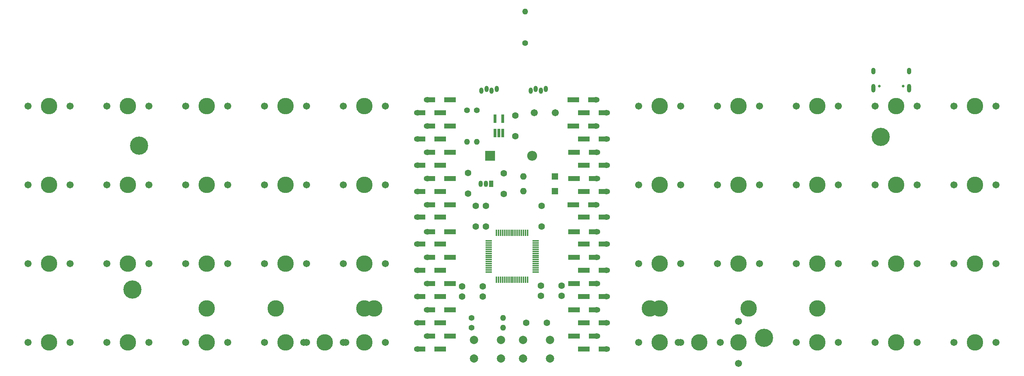
<source format=gbr>
%TF.GenerationSoftware,KiCad,Pcbnew,8.0.8*%
%TF.CreationDate,2025-03-13T22:48:23+01:00*%
%TF.ProjectId,LeSTMovoz revision 2,4c655354-4d6f-4766-9f7a-207265766973,rev?*%
%TF.SameCoordinates,Original*%
%TF.FileFunction,Soldermask,Top*%
%TF.FilePolarity,Negative*%
%FSLAX46Y46*%
G04 Gerber Fmt 4.6, Leading zero omitted, Abs format (unit mm)*
G04 Created by KiCad (PCBNEW 8.0.8) date 2025-03-13 22:48:23*
%MOMM*%
%LPD*%
G01*
G04 APERTURE LIST*
G04 Aperture macros list*
%AMRoundRect*
0 Rectangle with rounded corners*
0 $1 Rounding radius*
0 $2 $3 $4 $5 $6 $7 $8 $9 X,Y pos of 4 corners*
0 Add a 4 corners polygon primitive as box body*
4,1,4,$2,$3,$4,$5,$6,$7,$8,$9,$2,$3,0*
0 Add four circle primitives for the rounded corners*
1,1,$1+$1,$2,$3*
1,1,$1+$1,$4,$5*
1,1,$1+$1,$6,$7*
1,1,$1+$1,$8,$9*
0 Add four rect primitives between the rounded corners*
20,1,$1+$1,$2,$3,$4,$5,0*
20,1,$1+$1,$4,$5,$6,$7,0*
20,1,$1+$1,$6,$7,$8,$9,0*
20,1,$1+$1,$8,$9,$2,$3,0*%
G04 Aperture macros list end*
%ADD10C,4.400000*%
%ADD11R,1.778000X1.300000*%
%ADD12R,1.400000X1.300000*%
%ADD13O,1.778000X1.300000*%
%ADD14C,2.000000*%
%ADD15C,1.400000*%
%ADD16O,1.400000X1.400000*%
%ADD17C,1.710000*%
%ADD18C,1.600000*%
%ADD19C,1.701800*%
%ADD20C,3.987800*%
%ADD21R,1.600000X1.600000*%
%ADD22O,1.600000X1.600000*%
%ADD23R,2.400000X2.400000*%
%ADD24O,2.400000X2.400000*%
%ADD25R,1.050000X1.500000*%
%ADD26O,1.050000X1.500000*%
%ADD27R,0.650000X2.000000*%
%ADD28RoundRect,0.075000X0.075000X-0.700000X0.075000X0.700000X-0.075000X0.700000X-0.075000X-0.700000X0*%
%ADD29RoundRect,0.075000X0.700000X-0.075000X0.700000X0.075000X-0.700000X0.075000X-0.700000X-0.075000X0*%
%ADD30O,1.000000X1.500000*%
%ADD31C,0.650000*%
%ADD32O,1.000000X1.600000*%
%ADD33O,1.000000X2.100000*%
G04 APERTURE END LIST*
D10*
%TO.C,*%
X55137500Y-42862500D03*
%TD*%
D11*
%TO.C,D6*%
X159543750Y-31750000D03*
D12*
X160768750Y-31750000D03*
X164318750Y-31750000D03*
D13*
X165543750Y-31750000D03*
%TD*%
D14*
%TO.C,SW2*%
X147962500Y-89825000D03*
X154462500Y-89825000D03*
X147962500Y-94325000D03*
X154462500Y-94325000D03*
%TD*%
D15*
%TO.C,R4*%
X135478264Y-84517916D03*
D16*
X143098264Y-84517916D03*
%TD*%
D17*
%TO.C,F1*%
X155743750Y-34934000D03*
X150643750Y-34934000D03*
%TD*%
D18*
%TO.C,C9*%
X152400000Y-62396757D03*
X152400000Y-57396757D03*
%TD*%
D19*
%TO.C,MX24*%
X85407500Y-71437500D03*
D20*
X90487500Y-71437500D03*
D19*
X95567500Y-71437500D03*
%TD*%
%TO.C,MX10*%
X252095000Y-33337500D03*
D20*
X257175000Y-33337500D03*
D19*
X262255000Y-33337500D03*
%TD*%
D15*
%TO.C,R1*%
X136725000Y-34290000D03*
D16*
X136725000Y-41910000D03*
%TD*%
D19*
%TO.C,MX19*%
X233045000Y-52387500D03*
D20*
X238125000Y-52387500D03*
D19*
X243205000Y-52387500D03*
%TD*%
%TO.C,MX5*%
X104457500Y-33337500D03*
D20*
X109537500Y-33337500D03*
D19*
X114617500Y-33337500D03*
%TD*%
%TO.C,MX6*%
X175895000Y-33337500D03*
D20*
X180975000Y-33337500D03*
D19*
X186055000Y-33337500D03*
%TD*%
D11*
%TO.C,D4*%
X128412500Y-34925000D03*
D12*
X127187500Y-34925000D03*
X123637500Y-34925000D03*
D13*
X122412500Y-34925000D03*
%TD*%
D19*
%TO.C,MX21*%
X28257500Y-71437500D03*
D20*
X33337500Y-71437500D03*
D19*
X38417500Y-71437500D03*
%TD*%
D10*
%TO.C,H6*%
X234387500Y-40736500D03*
%TD*%
D20*
%TO.C,S1*%
X202406250Y-82232500D03*
X178593750Y-82232500D03*
%TD*%
D18*
%TO.C,C6*%
X136475000Y-62396757D03*
X136475000Y-57396757D03*
%TD*%
D19*
%TO.C,MX4*%
X85407500Y-33337500D03*
D20*
X90487500Y-33337500D03*
D19*
X95567500Y-33337500D03*
%TD*%
D18*
%TO.C,C7*%
X138224728Y-79368071D03*
X133224728Y-79368071D03*
%TD*%
D19*
%TO.C,MX37*%
X175895000Y-90487500D03*
D20*
X180975000Y-90487500D03*
D19*
X186055000Y-90487500D03*
%TD*%
%TO.C,MX20*%
X252095000Y-52387500D03*
D20*
X257175000Y-52387500D03*
D19*
X262255000Y-52387500D03*
%TD*%
D20*
%TO.C,S2*%
X219075000Y-82232500D03*
X180975000Y-82232500D03*
%TD*%
D11*
%TO.C,D12*%
X130793750Y-50800000D03*
D12*
X129568750Y-50800000D03*
X126018750Y-50800000D03*
D13*
X124793750Y-50800000D03*
%TD*%
D19*
%TO.C,MX27*%
X194945000Y-71437500D03*
D20*
X200025000Y-71437500D03*
D19*
X205105000Y-71437500D03*
%TD*%
%TO.C,MX1*%
X28257500Y-33337500D03*
D20*
X33337500Y-33337500D03*
D19*
X38417500Y-33337500D03*
%TD*%
%TO.C,MX38*%
X185420000Y-90487500D03*
D20*
X190500000Y-90487500D03*
D19*
X195580000Y-90487500D03*
%TD*%
D21*
%TO.C,D45*%
X155610000Y-53900000D03*
D22*
X147990000Y-53900000D03*
%TD*%
D19*
%TO.C,MX12*%
X47307500Y-52387500D03*
D20*
X52387500Y-52387500D03*
D19*
X57467500Y-52387500D03*
%TD*%
D11*
%TO.C,D3*%
X130793750Y-38100000D03*
D12*
X129568750Y-38100000D03*
X126018750Y-38100000D03*
D13*
X124793750Y-38100000D03*
%TD*%
D11*
%TO.C,D8*%
X159543750Y-38100000D03*
D12*
X160768750Y-38100000D03*
X164318750Y-38100000D03*
D13*
X165543750Y-38100000D03*
%TD*%
D11*
%TO.C,D16*%
X162100000Y-60125000D03*
D12*
X163325000Y-60125000D03*
X166875000Y-60125000D03*
D13*
X168100000Y-60125000D03*
%TD*%
D19*
%TO.C,MX34*%
X85407500Y-90487500D03*
D20*
X90487500Y-90487500D03*
D19*
X95567500Y-90487500D03*
%TD*%
D18*
%TO.C,C1*%
X134625429Y-49502571D03*
X134625429Y-54502571D03*
%TD*%
D11*
%TO.C,D9*%
X162100000Y-41275000D03*
D12*
X163325000Y-41275000D03*
X166875000Y-41275000D03*
D13*
X168100000Y-41275000D03*
%TD*%
D11*
%TO.C,D24*%
X128412500Y-66675000D03*
D12*
X127187500Y-66675000D03*
X123637500Y-66675000D03*
D13*
X122412500Y-66675000D03*
%TD*%
D19*
%TO.C,MX41*%
X233045000Y-90487500D03*
D20*
X238125000Y-90487500D03*
D19*
X243205000Y-90487500D03*
%TD*%
D11*
%TO.C,D38*%
X162100000Y-85725000D03*
D12*
X163325000Y-85725000D03*
X166875000Y-85725000D03*
D13*
X168100000Y-85725000D03*
%TD*%
D11*
%TO.C,D29*%
X162100000Y-73025000D03*
D12*
X163325000Y-73025000D03*
X166875000Y-73025000D03*
D13*
X168100000Y-73025000D03*
%TD*%
D15*
%TO.C,R2*%
X134343750Y-34290000D03*
D16*
X134343750Y-41910000D03*
%TD*%
D19*
%TO.C,MX28*%
X213995000Y-71437500D03*
D20*
X219075000Y-71437500D03*
D19*
X224155000Y-71437500D03*
%TD*%
%TO.C,MX8*%
X213995000Y-33337500D03*
D20*
X219075000Y-33337500D03*
D19*
X224155000Y-33337500D03*
%TD*%
D15*
%TO.C,R5*%
X148431250Y-18097500D03*
D16*
X148431250Y-10477500D03*
%TD*%
D11*
%TO.C,D18*%
X162100000Y-53975000D03*
D12*
X163325000Y-53975000D03*
X166875000Y-53975000D03*
D13*
X168100000Y-53975000D03*
%TD*%
D19*
%TO.C,MX18*%
X213995000Y-52387500D03*
D20*
X219075000Y-52387500D03*
D19*
X224155000Y-52387500D03*
%TD*%
D11*
%TO.C,D7*%
X162100000Y-34925000D03*
D12*
X163325000Y-34925000D03*
X166875000Y-34925000D03*
D13*
X168100000Y-34925000D03*
%TD*%
D11*
%TO.C,D34*%
X130793750Y-88900000D03*
D12*
X129568750Y-88900000D03*
X126018750Y-88900000D03*
D13*
X124793750Y-88900000D03*
%TD*%
D11*
%TO.C,D20*%
X162100000Y-47625000D03*
D12*
X163325000Y-47625000D03*
X166875000Y-47625000D03*
D13*
X168100000Y-47625000D03*
%TD*%
D19*
%TO.C,MX33*%
X66357500Y-90487500D03*
D20*
X71437500Y-90487500D03*
D19*
X76517500Y-90487500D03*
%TD*%
D11*
%TO.C,D13*%
X128412500Y-53975000D03*
D12*
X127187500Y-53975000D03*
X123637500Y-53975000D03*
D13*
X122412500Y-53975000D03*
%TD*%
D23*
%TO.C,D43*%
X139987678Y-45367784D03*
D24*
X150147678Y-45367784D03*
%TD*%
D11*
%TO.C,D15*%
X128412500Y-60125000D03*
D12*
X127187500Y-60125000D03*
X123637500Y-60125000D03*
D13*
X122412500Y-60125000D03*
%TD*%
D19*
%TO.C,MX23*%
X66357500Y-71437500D03*
D20*
X71437500Y-71437500D03*
D19*
X76517500Y-71437500D03*
%TD*%
D11*
%TO.C,D33*%
X128412500Y-85725000D03*
D12*
X127187500Y-85725000D03*
X123637500Y-85725000D03*
D13*
X122412500Y-85725000D03*
%TD*%
D11*
%TO.C,D10*%
X159718750Y-44450000D03*
D12*
X160943750Y-44450000D03*
X164493750Y-44450000D03*
D13*
X165718750Y-44450000D03*
%TD*%
D11*
%TO.C,D36*%
X162100000Y-92075000D03*
D12*
X163325000Y-92075000D03*
X166875000Y-92075000D03*
D13*
X168100000Y-92075000D03*
%TD*%
D19*
%TO.C,MX14*%
X85407500Y-52387500D03*
D20*
X90487500Y-52387500D03*
D19*
X95567500Y-52387500D03*
%TD*%
D11*
%TO.C,D19*%
X159718750Y-50800000D03*
D12*
X160943750Y-50800000D03*
X164493750Y-50800000D03*
D13*
X165718750Y-50800000D03*
%TD*%
D11*
%TO.C,D5*%
X130793750Y-31750000D03*
D12*
X129568750Y-31750000D03*
X126018750Y-31750000D03*
D13*
X124793750Y-31750000D03*
%TD*%
D25*
%TO.C,U2*%
X140176250Y-52091988D03*
D26*
X138906250Y-52091988D03*
X137636250Y-52091988D03*
%TD*%
D18*
%TO.C,C11*%
X138906250Y-62396757D03*
X138906250Y-57396757D03*
%TD*%
D20*
%TO.C,S3*%
X109537500Y-82232500D03*
X71437500Y-82232500D03*
%TD*%
D11*
%TO.C,D23*%
X130793750Y-69850000D03*
D12*
X129568750Y-69850000D03*
X126018750Y-69850000D03*
D13*
X124793750Y-69850000D03*
%TD*%
D19*
%TO.C,MX17*%
X194945000Y-52387500D03*
D20*
X200025000Y-52387500D03*
D19*
X205105000Y-52387500D03*
%TD*%
D11*
%TO.C,D27*%
X162100000Y-66675000D03*
D12*
X163325000Y-66675000D03*
X166875000Y-66675000D03*
D13*
X168100000Y-66675000D03*
%TD*%
D11*
%TO.C,D2*%
X128412500Y-41275000D03*
D12*
X127187500Y-41275000D03*
X123637500Y-41275000D03*
D13*
X122412500Y-41275000D03*
%TD*%
D18*
%TO.C,C10*%
X152268053Y-76738522D03*
X157268053Y-76738522D03*
%TD*%
D19*
%TO.C,MX16*%
X175895000Y-52387500D03*
D20*
X180975000Y-52387500D03*
D19*
X186055000Y-52387500D03*
%TD*%
D11*
%TO.C,D39*%
X159718750Y-82550000D03*
D12*
X160943750Y-82550000D03*
X164493750Y-82550000D03*
D13*
X165718750Y-82550000D03*
%TD*%
D11*
%TO.C,D17*%
X159543750Y-57150000D03*
D12*
X160768750Y-57150000D03*
X164318750Y-57150000D03*
D13*
X165543750Y-57150000D03*
%TD*%
D19*
%TO.C,MX31*%
X28257500Y-90487500D03*
D20*
X33337500Y-90487500D03*
D19*
X38417500Y-90487500D03*
%TD*%
D20*
%TO.C,S4*%
X111918750Y-82232500D03*
X88106250Y-82232500D03*
%TD*%
D11*
%TO.C,D40*%
X162100000Y-79375000D03*
D12*
X163325000Y-79375000D03*
X166875000Y-79375000D03*
D13*
X168100000Y-79375000D03*
%TD*%
D19*
%TO.C,MX26*%
X175895000Y-71437500D03*
D20*
X180975000Y-71437500D03*
D19*
X186055000Y-71437500D03*
%TD*%
D11*
%TO.C,D1*%
X130793750Y-44450000D03*
D12*
X129568750Y-44450000D03*
X126018750Y-44450000D03*
D13*
X124793750Y-44450000D03*
%TD*%
D15*
%TO.C,R3*%
X135478264Y-86899166D03*
D16*
X143098264Y-86899166D03*
%TD*%
D11*
%TO.C,D30*%
X159718750Y-76200000D03*
D12*
X160943750Y-76200000D03*
X164493750Y-76200000D03*
D13*
X165718750Y-76200000D03*
%TD*%
D18*
%TO.C,C8*%
X138224728Y-76936821D03*
X133224728Y-76936821D03*
%TD*%
D19*
%TO.C,MX32*%
X47307500Y-90487500D03*
D20*
X52387500Y-90487500D03*
D19*
X57467500Y-90487500D03*
%TD*%
D27*
%TO.C,U3*%
X141131250Y-39810000D03*
X142081250Y-39810000D03*
X143031250Y-39810000D03*
X143031250Y-36390000D03*
X141131250Y-36390000D03*
%TD*%
D11*
%TO.C,D31*%
X128412500Y-79375000D03*
D12*
X127187500Y-79375000D03*
X123637500Y-79375000D03*
D13*
X122412500Y-79375000D03*
%TD*%
D19*
%TO.C,MX3*%
X66357500Y-33337500D03*
D20*
X71437500Y-33337500D03*
D19*
X76517500Y-33337500D03*
%TD*%
D11*
%TO.C,D28*%
X159718750Y-69850000D03*
D12*
X160943750Y-69850000D03*
X164493750Y-69850000D03*
D13*
X165718750Y-69850000D03*
%TD*%
D19*
%TO.C,MX29*%
X233045000Y-71437500D03*
D20*
X238125000Y-71437500D03*
D19*
X243205000Y-71437500D03*
%TD*%
%TO.C,MX39*%
X200025000Y-95567500D03*
D20*
X200025000Y-90487500D03*
D19*
X200025000Y-85407500D03*
%TD*%
D11*
%TO.C,D11*%
X128412500Y-47625000D03*
D12*
X127187500Y-47625000D03*
X123637500Y-47625000D03*
D13*
X122412500Y-47625000D03*
%TD*%
D19*
%TO.C,MX7*%
X194945000Y-33337500D03*
D20*
X200025000Y-33337500D03*
D19*
X205105000Y-33337500D03*
%TD*%
%TO.C,MX22*%
X47307500Y-71437500D03*
D20*
X52387500Y-71437500D03*
D19*
X57467500Y-71437500D03*
%TD*%
%TO.C,MX9*%
X243205000Y-33337500D03*
D20*
X238125000Y-33337500D03*
D19*
X233045000Y-33337500D03*
%TD*%
D18*
%TO.C,C4*%
X148712500Y-85725000D03*
X153712500Y-85725000D03*
%TD*%
D11*
%TO.C,D37*%
X159718750Y-88900000D03*
D12*
X160943750Y-88900000D03*
X164493750Y-88900000D03*
D13*
X165718750Y-88900000D03*
%TD*%
D11*
%TO.C,D21*%
X130793750Y-76200000D03*
D12*
X129568750Y-76200000D03*
X126018750Y-76200000D03*
D13*
X124793750Y-76200000D03*
%TD*%
D18*
%TO.C,C5*%
X152268053Y-79169772D03*
X157268053Y-79169772D03*
%TD*%
D19*
%TO.C,MX15*%
X104457500Y-52387500D03*
D20*
X109537500Y-52387500D03*
D19*
X114617500Y-52387500D03*
%TD*%
D10*
%TO.C,*%
X206137500Y-89371500D03*
%TD*%
%TO.C,*%
X53537500Y-77636500D03*
%TD*%
D19*
%TO.C,MX25*%
X104457500Y-71437500D03*
D20*
X109537500Y-71437500D03*
D19*
X114617500Y-71437500D03*
%TD*%
%TO.C,MX36*%
X94932500Y-90487500D03*
D20*
X100012500Y-90487500D03*
D19*
X105092500Y-90487500D03*
%TD*%
%TO.C,MX13*%
X66357500Y-52387500D03*
D20*
X71437500Y-52387500D03*
D19*
X76517500Y-52387500D03*
%TD*%
D28*
%TO.C,U1*%
X141506250Y-75343597D03*
X142006250Y-75343597D03*
X142506250Y-75343597D03*
X143006250Y-75343597D03*
X143506250Y-75343597D03*
X144006250Y-75343597D03*
X144506250Y-75343597D03*
X145006250Y-75343597D03*
X145506250Y-75343597D03*
X146006250Y-75343597D03*
X146506250Y-75343597D03*
X147006250Y-75343597D03*
X147506250Y-75343597D03*
X148006250Y-75343597D03*
X148506250Y-75343597D03*
X149006250Y-75343597D03*
D29*
X150931250Y-73418597D03*
X150931250Y-72918597D03*
X150931250Y-72418597D03*
X150931250Y-71918597D03*
X150931250Y-71418597D03*
X150931250Y-70918597D03*
X150931250Y-70418597D03*
X150931250Y-69918597D03*
X150931250Y-69418597D03*
X150931250Y-68918597D03*
X150931250Y-68418597D03*
X150931250Y-67918597D03*
X150931250Y-67418597D03*
X150931250Y-66918597D03*
X150931250Y-66418597D03*
X150931250Y-65918597D03*
D28*
X149006250Y-63993597D03*
X148506250Y-63993597D03*
X148006250Y-63993597D03*
X147506250Y-63993597D03*
X147006250Y-63993597D03*
X146506250Y-63993597D03*
X146006250Y-63993597D03*
X145506250Y-63993597D03*
X145006250Y-63993597D03*
X144506250Y-63993597D03*
X144006250Y-63993597D03*
X143506250Y-63993597D03*
X143006250Y-63993597D03*
X142506250Y-63993597D03*
X142006250Y-63993597D03*
X141506250Y-63993597D03*
D29*
X139581250Y-65918597D03*
X139581250Y-66418597D03*
X139581250Y-66918597D03*
X139581250Y-67418597D03*
X139581250Y-67918597D03*
X139581250Y-68418597D03*
X139581250Y-68918597D03*
X139581250Y-69418597D03*
X139581250Y-69918597D03*
X139581250Y-70418597D03*
X139581250Y-70918597D03*
X139581250Y-71418597D03*
X139581250Y-71918597D03*
X139581250Y-72418597D03*
X139581250Y-72918597D03*
X139581250Y-73418597D03*
%TD*%
D19*
%TO.C,MX40*%
X213995000Y-90487500D03*
D20*
X219075000Y-90487500D03*
D19*
X224155000Y-90487500D03*
%TD*%
D11*
%TO.C,D25*%
X130793750Y-63700000D03*
D12*
X129568750Y-63700000D03*
X126018750Y-63700000D03*
D13*
X124793750Y-63700000D03*
%TD*%
D11*
%TO.C,D22*%
X128412500Y-73025000D03*
D12*
X127187500Y-73025000D03*
X123637500Y-73025000D03*
D13*
X122412500Y-73025000D03*
%TD*%
D18*
%TO.C,C3*%
X146050000Y-35600000D03*
X146050000Y-40600000D03*
%TD*%
D19*
%TO.C,MX2*%
X47307500Y-33337500D03*
D20*
X52387500Y-33337500D03*
D19*
X57467500Y-33337500D03*
%TD*%
D11*
%TO.C,D32*%
X130793750Y-82550000D03*
D12*
X129568750Y-82550000D03*
X126018750Y-82550000D03*
D13*
X124793750Y-82550000D03*
%TD*%
D19*
%TO.C,MX11*%
X28257500Y-52387500D03*
D20*
X33337500Y-52387500D03*
D19*
X38417500Y-52387500D03*
%TD*%
%TO.C,MX42*%
X252095000Y-90487500D03*
D20*
X257175000Y-90487500D03*
D19*
X262255000Y-90487500D03*
%TD*%
%TO.C,MX30*%
X252095000Y-71437500D03*
D20*
X257175000Y-71437500D03*
D19*
X262255000Y-71437500D03*
%TD*%
%TO.C,MX35*%
X104457500Y-90487500D03*
D20*
X109537500Y-90487500D03*
D19*
X114617500Y-90487500D03*
%TD*%
D18*
%TO.C,C2*%
X143250429Y-49600098D03*
X143250429Y-54600098D03*
%TD*%
D11*
%TO.C,D14*%
X130793750Y-57150000D03*
D12*
X129568750Y-57150000D03*
X126018750Y-57150000D03*
D13*
X124793750Y-57150000D03*
%TD*%
D14*
%TO.C,SW1*%
X142550000Y-94325000D03*
X136050000Y-94325000D03*
X142550000Y-89825000D03*
X136050000Y-89825000D03*
%TD*%
D11*
%TO.C,D35*%
X128412500Y-92075000D03*
D12*
X127187500Y-92075000D03*
X123637500Y-92075000D03*
D13*
X122412500Y-92075000D03*
%TD*%
D21*
%TO.C,D44*%
X155610000Y-50350000D03*
D22*
X147990000Y-50350000D03*
%TD*%
D11*
%TO.C,D26*%
X159718750Y-63700000D03*
D12*
X160943750Y-63700000D03*
X164493750Y-63700000D03*
D13*
X165718750Y-63700000D03*
%TD*%
D30*
%TO.C,D41*%
X139075000Y-29168750D03*
X141550000Y-29168750D03*
X140325000Y-29568750D03*
X137850000Y-29568750D03*
%TD*%
%TO.C,D42*%
X150981250Y-29168750D03*
X153456250Y-29168750D03*
X152231250Y-29568750D03*
X149756250Y-29568750D03*
%TD*%
D31*
%TO.C,J1*%
X234023179Y-28493750D03*
X239803179Y-28493750D03*
D32*
X232593179Y-24843750D03*
D33*
X232593179Y-29023750D03*
D32*
X241233179Y-24843750D03*
D33*
X241233179Y-29023750D03*
%TD*%
M02*

</source>
